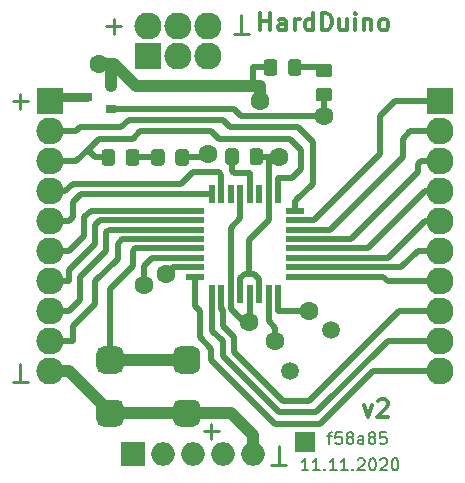
<source format=gbr>
G04 #@! TF.GenerationSoftware,KiCad,Pcbnew,(5.1.8)-1*
G04 #@! TF.CreationDate,2020-11-11T23:44:18+03:00*
G04 #@! TF.ProjectId,HardDuinoTQFP,48617264-4475-4696-9e6f-545146502e6b,rev?*
G04 #@! TF.SameCoordinates,Original*
G04 #@! TF.FileFunction,Copper,L1,Top*
G04 #@! TF.FilePolarity,Positive*
%FSLAX46Y46*%
G04 Gerber Fmt 4.6, Leading zero omitted, Abs format (unit mm)*
G04 Created by KiCad (PCBNEW (5.1.8)-1) date 2020-11-11 23:44:18*
%MOMM*%
%LPD*%
G01*
G04 APERTURE LIST*
G04 #@! TA.AperFunction,NonConductor*
%ADD10C,0.300000*%
G04 #@! TD*
G04 #@! TA.AperFunction,NonConductor*
%ADD11C,0.200000*%
G04 #@! TD*
G04 #@! TA.AperFunction,ComponentPad*
%ADD12R,2.300000X2.300000*%
G04 #@! TD*
G04 #@! TA.AperFunction,ComponentPad*
%ADD13O,2.300000X2.300000*%
G04 #@! TD*
G04 #@! TA.AperFunction,ComponentPad*
%ADD14R,2.000000X2.000000*%
G04 #@! TD*
G04 #@! TA.AperFunction,ComponentPad*
%ADD15O,2.000000X2.000000*%
G04 #@! TD*
G04 #@! TA.AperFunction,SMDPad,CuDef*
%ADD16R,0.550000X1.600000*%
G04 #@! TD*
G04 #@! TA.AperFunction,SMDPad,CuDef*
%ADD17R,1.600000X0.550000*%
G04 #@! TD*
G04 #@! TA.AperFunction,ComponentPad*
%ADD18C,1.500000*%
G04 #@! TD*
G04 #@! TA.AperFunction,ComponentPad*
%ADD19R,1.700000X1.700000*%
G04 #@! TD*
G04 #@! TA.AperFunction,SMDPad,CuDef*
%ADD20R,0.900000X0.800000*%
G04 #@! TD*
G04 #@! TA.AperFunction,ViaPad*
%ADD21C,1.600000*%
G04 #@! TD*
G04 #@! TA.AperFunction,Conductor*
%ADD22C,0.250000*%
G04 #@! TD*
G04 #@! TA.AperFunction,Conductor*
%ADD23C,0.600000*%
G04 #@! TD*
G04 #@! TA.AperFunction,Conductor*
%ADD24C,0.500000*%
G04 #@! TD*
G04 #@! TA.AperFunction,Conductor*
%ADD25C,1.000000*%
G04 #@! TD*
G04 #@! TA.AperFunction,Conductor*
%ADD26C,0.800000*%
G04 #@! TD*
G04 APERTURE END LIST*
D10*
X110494642Y-41001071D02*
X110494642Y-39501071D01*
X110494642Y-40215357D02*
X111351785Y-40215357D01*
X111351785Y-41001071D02*
X111351785Y-39501071D01*
X112708928Y-41001071D02*
X112708928Y-40215357D01*
X112637500Y-40072500D01*
X112494642Y-40001071D01*
X112208928Y-40001071D01*
X112066071Y-40072500D01*
X112708928Y-40929642D02*
X112566071Y-41001071D01*
X112208928Y-41001071D01*
X112066071Y-40929642D01*
X111994642Y-40786785D01*
X111994642Y-40643928D01*
X112066071Y-40501071D01*
X112208928Y-40429642D01*
X112566071Y-40429642D01*
X112708928Y-40358214D01*
X113423214Y-41001071D02*
X113423214Y-40001071D01*
X113423214Y-40286785D02*
X113494642Y-40143928D01*
X113566071Y-40072500D01*
X113708928Y-40001071D01*
X113851785Y-40001071D01*
X114994642Y-41001071D02*
X114994642Y-39501071D01*
X114994642Y-40929642D02*
X114851785Y-41001071D01*
X114566071Y-41001071D01*
X114423214Y-40929642D01*
X114351785Y-40858214D01*
X114280357Y-40715357D01*
X114280357Y-40286785D01*
X114351785Y-40143928D01*
X114423214Y-40072500D01*
X114566071Y-40001071D01*
X114851785Y-40001071D01*
X114994642Y-40072500D01*
X115708928Y-41001071D02*
X115708928Y-39501071D01*
X116066071Y-39501071D01*
X116280357Y-39572500D01*
X116423214Y-39715357D01*
X116494642Y-39858214D01*
X116566071Y-40143928D01*
X116566071Y-40358214D01*
X116494642Y-40643928D01*
X116423214Y-40786785D01*
X116280357Y-40929642D01*
X116066071Y-41001071D01*
X115708928Y-41001071D01*
X117851785Y-40001071D02*
X117851785Y-41001071D01*
X117208928Y-40001071D02*
X117208928Y-40786785D01*
X117280357Y-40929642D01*
X117423214Y-41001071D01*
X117637500Y-41001071D01*
X117780357Y-40929642D01*
X117851785Y-40858214D01*
X118566071Y-41001071D02*
X118566071Y-40001071D01*
X118566071Y-39501071D02*
X118494642Y-39572500D01*
X118566071Y-39643928D01*
X118637500Y-39572500D01*
X118566071Y-39501071D01*
X118566071Y-39643928D01*
X119280357Y-40001071D02*
X119280357Y-41001071D01*
X119280357Y-40143928D02*
X119351785Y-40072500D01*
X119494642Y-40001071D01*
X119708928Y-40001071D01*
X119851785Y-40072500D01*
X119923214Y-40215357D01*
X119923214Y-41001071D01*
X120851785Y-41001071D02*
X120708928Y-40929642D01*
X120637500Y-40858214D01*
X120566071Y-40715357D01*
X120566071Y-40286785D01*
X120637500Y-40143928D01*
X120708928Y-40072500D01*
X120851785Y-40001071D01*
X121066071Y-40001071D01*
X121208928Y-40072500D01*
X121280357Y-40143928D01*
X121351785Y-40286785D01*
X121351785Y-40715357D01*
X121280357Y-40858214D01*
X121208928Y-40929642D01*
X121066071Y-41001071D01*
X120851785Y-41001071D01*
D11*
X116197380Y-75350714D02*
X116578333Y-75350714D01*
X116340238Y-76017380D02*
X116340238Y-75160238D01*
X116387857Y-75065000D01*
X116483095Y-75017380D01*
X116578333Y-75017380D01*
X117387857Y-75017380D02*
X116911666Y-75017380D01*
X116864047Y-75493571D01*
X116911666Y-75445952D01*
X117006904Y-75398333D01*
X117245000Y-75398333D01*
X117340238Y-75445952D01*
X117387857Y-75493571D01*
X117435476Y-75588809D01*
X117435476Y-75826904D01*
X117387857Y-75922142D01*
X117340238Y-75969761D01*
X117245000Y-76017380D01*
X117006904Y-76017380D01*
X116911666Y-75969761D01*
X116864047Y-75922142D01*
X118006904Y-75445952D02*
X117911666Y-75398333D01*
X117864047Y-75350714D01*
X117816428Y-75255476D01*
X117816428Y-75207857D01*
X117864047Y-75112619D01*
X117911666Y-75065000D01*
X118006904Y-75017380D01*
X118197380Y-75017380D01*
X118292619Y-75065000D01*
X118340238Y-75112619D01*
X118387857Y-75207857D01*
X118387857Y-75255476D01*
X118340238Y-75350714D01*
X118292619Y-75398333D01*
X118197380Y-75445952D01*
X118006904Y-75445952D01*
X117911666Y-75493571D01*
X117864047Y-75541190D01*
X117816428Y-75636428D01*
X117816428Y-75826904D01*
X117864047Y-75922142D01*
X117911666Y-75969761D01*
X118006904Y-76017380D01*
X118197380Y-76017380D01*
X118292619Y-75969761D01*
X118340238Y-75922142D01*
X118387857Y-75826904D01*
X118387857Y-75636428D01*
X118340238Y-75541190D01*
X118292619Y-75493571D01*
X118197380Y-75445952D01*
X119245000Y-76017380D02*
X119245000Y-75493571D01*
X119197380Y-75398333D01*
X119102142Y-75350714D01*
X118911666Y-75350714D01*
X118816428Y-75398333D01*
X119245000Y-75969761D02*
X119149761Y-76017380D01*
X118911666Y-76017380D01*
X118816428Y-75969761D01*
X118768809Y-75874523D01*
X118768809Y-75779285D01*
X118816428Y-75684047D01*
X118911666Y-75636428D01*
X119149761Y-75636428D01*
X119245000Y-75588809D01*
X119864047Y-75445952D02*
X119768809Y-75398333D01*
X119721190Y-75350714D01*
X119673571Y-75255476D01*
X119673571Y-75207857D01*
X119721190Y-75112619D01*
X119768809Y-75065000D01*
X119864047Y-75017380D01*
X120054523Y-75017380D01*
X120149761Y-75065000D01*
X120197380Y-75112619D01*
X120245000Y-75207857D01*
X120245000Y-75255476D01*
X120197380Y-75350714D01*
X120149761Y-75398333D01*
X120054523Y-75445952D01*
X119864047Y-75445952D01*
X119768809Y-75493571D01*
X119721190Y-75541190D01*
X119673571Y-75636428D01*
X119673571Y-75826904D01*
X119721190Y-75922142D01*
X119768809Y-75969761D01*
X119864047Y-76017380D01*
X120054523Y-76017380D01*
X120149761Y-75969761D01*
X120197380Y-75922142D01*
X120245000Y-75826904D01*
X120245000Y-75636428D01*
X120197380Y-75541190D01*
X120149761Y-75493571D01*
X120054523Y-75445952D01*
X121149761Y-75017380D02*
X120673571Y-75017380D01*
X120625952Y-75493571D01*
X120673571Y-75445952D01*
X120768809Y-75398333D01*
X121006904Y-75398333D01*
X121102142Y-75445952D01*
X121149761Y-75493571D01*
X121197380Y-75588809D01*
X121197380Y-75826904D01*
X121149761Y-75922142D01*
X121102142Y-75969761D01*
X121006904Y-76017380D01*
X120768809Y-76017380D01*
X120673571Y-75969761D01*
X120625952Y-75922142D01*
D10*
X119261071Y-72703571D02*
X119618214Y-73703571D01*
X119975357Y-72703571D01*
X120475357Y-72346428D02*
X120546785Y-72275000D01*
X120689642Y-72203571D01*
X121046785Y-72203571D01*
X121189642Y-72275000D01*
X121261071Y-72346428D01*
X121332500Y-72489285D01*
X121332500Y-72632142D01*
X121261071Y-72846428D01*
X120403928Y-73703571D01*
X121332500Y-73703571D01*
D11*
X114586190Y-78239880D02*
X114014761Y-78239880D01*
X114300476Y-78239880D02*
X114300476Y-77239880D01*
X114205238Y-77382738D01*
X114110000Y-77477976D01*
X114014761Y-77525595D01*
X115538571Y-78239880D02*
X114967142Y-78239880D01*
X115252857Y-78239880D02*
X115252857Y-77239880D01*
X115157619Y-77382738D01*
X115062380Y-77477976D01*
X114967142Y-77525595D01*
X115967142Y-78144642D02*
X116014761Y-78192261D01*
X115967142Y-78239880D01*
X115919523Y-78192261D01*
X115967142Y-78144642D01*
X115967142Y-78239880D01*
X116967142Y-78239880D02*
X116395714Y-78239880D01*
X116681428Y-78239880D02*
X116681428Y-77239880D01*
X116586190Y-77382738D01*
X116490952Y-77477976D01*
X116395714Y-77525595D01*
X117919523Y-78239880D02*
X117348095Y-78239880D01*
X117633809Y-78239880D02*
X117633809Y-77239880D01*
X117538571Y-77382738D01*
X117443333Y-77477976D01*
X117348095Y-77525595D01*
X118348095Y-78144642D02*
X118395714Y-78192261D01*
X118348095Y-78239880D01*
X118300476Y-78192261D01*
X118348095Y-78144642D01*
X118348095Y-78239880D01*
X118776666Y-77335119D02*
X118824285Y-77287500D01*
X118919523Y-77239880D01*
X119157619Y-77239880D01*
X119252857Y-77287500D01*
X119300476Y-77335119D01*
X119348095Y-77430357D01*
X119348095Y-77525595D01*
X119300476Y-77668452D01*
X118729047Y-78239880D01*
X119348095Y-78239880D01*
X119967142Y-77239880D02*
X120062380Y-77239880D01*
X120157619Y-77287500D01*
X120205238Y-77335119D01*
X120252857Y-77430357D01*
X120300476Y-77620833D01*
X120300476Y-77858928D01*
X120252857Y-78049404D01*
X120205238Y-78144642D01*
X120157619Y-78192261D01*
X120062380Y-78239880D01*
X119967142Y-78239880D01*
X119871904Y-78192261D01*
X119824285Y-78144642D01*
X119776666Y-78049404D01*
X119729047Y-77858928D01*
X119729047Y-77620833D01*
X119776666Y-77430357D01*
X119824285Y-77335119D01*
X119871904Y-77287500D01*
X119967142Y-77239880D01*
X120681428Y-77335119D02*
X120729047Y-77287500D01*
X120824285Y-77239880D01*
X121062380Y-77239880D01*
X121157619Y-77287500D01*
X121205238Y-77335119D01*
X121252857Y-77430357D01*
X121252857Y-77525595D01*
X121205238Y-77668452D01*
X120633809Y-78239880D01*
X121252857Y-78239880D01*
X121871904Y-77239880D02*
X121967142Y-77239880D01*
X122062380Y-77287500D01*
X122110000Y-77335119D01*
X122157619Y-77430357D01*
X122205238Y-77620833D01*
X122205238Y-77858928D01*
X122157619Y-78049404D01*
X122110000Y-78144642D01*
X122062380Y-78192261D01*
X121967142Y-78239880D01*
X121871904Y-78239880D01*
X121776666Y-78192261D01*
X121729047Y-78144642D01*
X121681428Y-78049404D01*
X121633809Y-77858928D01*
X121633809Y-77620833D01*
X121681428Y-77430357D01*
X121729047Y-77335119D01*
X121776666Y-77287500D01*
X121871904Y-77239880D01*
D12*
X92710000Y-46990000D03*
D13*
X92710000Y-49530000D03*
X92710000Y-52070000D03*
X92710000Y-54610000D03*
X92710000Y-57150000D03*
X92710000Y-59690000D03*
X92710000Y-62230000D03*
X92710000Y-64770000D03*
X92710000Y-67310000D03*
X92710000Y-69850000D03*
X125730000Y-69850000D03*
X125730000Y-67310000D03*
X125730000Y-64770000D03*
X125730000Y-62230000D03*
X125730000Y-59690000D03*
X125730000Y-57150000D03*
X125730000Y-54610000D03*
X125730000Y-52070000D03*
X125730000Y-49530000D03*
D12*
X125730000Y-46990000D03*
G04 #@! TA.AperFunction,ComponentPad*
G36*
G01*
X98365000Y-74547500D02*
X97215000Y-74547500D01*
G75*
G02*
X96640000Y-73972500I0J575000D01*
G01*
X96640000Y-72822500D01*
G75*
G02*
X97215000Y-72247500I575000J0D01*
G01*
X98365000Y-72247500D01*
G75*
G02*
X98940000Y-72822500I0J-575000D01*
G01*
X98940000Y-73972500D01*
G75*
G02*
X98365000Y-74547500I-575000J0D01*
G01*
G37*
G04 #@! TD.AperFunction*
G04 #@! TA.AperFunction,ComponentPad*
G36*
G01*
X98365000Y-70047500D02*
X97215000Y-70047500D01*
G75*
G02*
X96640000Y-69472500I0J575000D01*
G01*
X96640000Y-68322500D01*
G75*
G02*
X97215000Y-67747500I575000J0D01*
G01*
X98365000Y-67747500D01*
G75*
G02*
X98940000Y-68322500I0J-575000D01*
G01*
X98940000Y-69472500D01*
G75*
G02*
X98365000Y-70047500I-575000J0D01*
G01*
G37*
G04 #@! TD.AperFunction*
G04 #@! TA.AperFunction,ComponentPad*
G36*
G01*
X104865000Y-74547500D02*
X103715000Y-74547500D01*
G75*
G02*
X103140000Y-73972500I0J575000D01*
G01*
X103140000Y-72822500D01*
G75*
G02*
X103715000Y-72247500I575000J0D01*
G01*
X104865000Y-72247500D01*
G75*
G02*
X105440000Y-72822500I0J-575000D01*
G01*
X105440000Y-73972500D01*
G75*
G02*
X104865000Y-74547500I-575000J0D01*
G01*
G37*
G04 #@! TD.AperFunction*
G04 #@! TA.AperFunction,ComponentPad*
G36*
G01*
X104865000Y-70047500D02*
X103715000Y-70047500D01*
G75*
G02*
X103140000Y-69472500I0J575000D01*
G01*
X103140000Y-68322500D01*
G75*
G02*
X103715000Y-67747500I575000J0D01*
G01*
X104865000Y-67747500D01*
G75*
G02*
X105440000Y-68322500I0J-575000D01*
G01*
X105440000Y-69472500D01*
G75*
G02*
X104865000Y-70047500I-575000J0D01*
G01*
G37*
G04 #@! TD.AperFunction*
G04 #@! TA.AperFunction,SMDPad,CuDef*
G36*
G01*
X100270000Y-51302499D02*
X100270000Y-52202501D01*
G75*
G02*
X100020001Y-52452500I-249999J0D01*
G01*
X99369999Y-52452500D01*
G75*
G02*
X99120000Y-52202501I0J249999D01*
G01*
X99120000Y-51302499D01*
G75*
G02*
X99369999Y-51052500I249999J0D01*
G01*
X100020001Y-51052500D01*
G75*
G02*
X100270000Y-51302499I0J-249999D01*
G01*
G37*
G04 #@! TD.AperFunction*
G04 #@! TA.AperFunction,SMDPad,CuDef*
G36*
G01*
X98220000Y-51302499D02*
X98220000Y-52202501D01*
G75*
G02*
X97970001Y-52452500I-249999J0D01*
G01*
X97319999Y-52452500D01*
G75*
G02*
X97070000Y-52202501I0J249999D01*
G01*
X97070000Y-51302499D01*
G75*
G02*
X97319999Y-51052500I249999J0D01*
G01*
X97970001Y-51052500D01*
G75*
G02*
X98220000Y-51302499I0J-249999D01*
G01*
G37*
G04 #@! TD.AperFunction*
D14*
X99695000Y-76835000D03*
D15*
X102235000Y-76835000D03*
X104775000Y-76835000D03*
X107315000Y-76835000D03*
X109855000Y-76835000D03*
G04 #@! TA.AperFunction,SMDPad,CuDef*
G36*
G01*
X101270000Y-52202501D02*
X101270000Y-51302499D01*
G75*
G02*
X101519999Y-51052500I249999J0D01*
G01*
X102170001Y-51052500D01*
G75*
G02*
X102420000Y-51302499I0J-249999D01*
G01*
X102420000Y-52202501D01*
G75*
G02*
X102170001Y-52452500I-249999J0D01*
G01*
X101519999Y-52452500D01*
G75*
G02*
X101270000Y-52202501I0J249999D01*
G01*
G37*
G04 #@! TD.AperFunction*
G04 #@! TA.AperFunction,SMDPad,CuDef*
G36*
G01*
X103320000Y-52202501D02*
X103320000Y-51302499D01*
G75*
G02*
X103569999Y-51052500I249999J0D01*
G01*
X104220001Y-51052500D01*
G75*
G02*
X104470000Y-51302499I0J-249999D01*
G01*
X104470000Y-52202501D01*
G75*
G02*
X104220001Y-52452500I-249999J0D01*
G01*
X103569999Y-52452500D01*
G75*
G02*
X103320000Y-52202501I0J249999D01*
G01*
G37*
G04 #@! TD.AperFunction*
D16*
X106420000Y-63305000D03*
X107220000Y-63305000D03*
X108020000Y-63305000D03*
X108820000Y-63305000D03*
X109620000Y-63305000D03*
X110420000Y-63305000D03*
X111220000Y-63305000D03*
X112020000Y-63305000D03*
D17*
X113470000Y-61855000D03*
X113470000Y-61055000D03*
X113470000Y-60255000D03*
X113470000Y-59455000D03*
X113470000Y-58655000D03*
X113470000Y-57855000D03*
X113470000Y-57055000D03*
X113470000Y-56255000D03*
D16*
X112020000Y-54805000D03*
X111220000Y-54805000D03*
X110420000Y-54805000D03*
X109620000Y-54805000D03*
X108820000Y-54805000D03*
X108020000Y-54805000D03*
X107220000Y-54805000D03*
X106420000Y-54805000D03*
D17*
X104970000Y-56255000D03*
X104970000Y-57055000D03*
X104970000Y-57855000D03*
X104970000Y-58655000D03*
X104970000Y-59455000D03*
X104970000Y-60255000D03*
X104970000Y-61055000D03*
X104970000Y-61855000D03*
D18*
X113030000Y-69850000D03*
X116480681Y-66399319D03*
D12*
X100965000Y-43180000D03*
D13*
X100965000Y-40640000D03*
X103505000Y-43180000D03*
X103505000Y-40640000D03*
X106045000Y-43180000D03*
X106045000Y-40640000D03*
D19*
X114300000Y-75882500D03*
G04 #@! TA.AperFunction,SMDPad,CuDef*
G36*
G01*
X113995000Y-43682499D02*
X113995000Y-44582501D01*
G75*
G02*
X113745001Y-44832500I-249999J0D01*
G01*
X113094999Y-44832500D01*
G75*
G02*
X112845000Y-44582501I0J249999D01*
G01*
X112845000Y-43682499D01*
G75*
G02*
X113094999Y-43432500I249999J0D01*
G01*
X113745001Y-43432500D01*
G75*
G02*
X113995000Y-43682499I0J-249999D01*
G01*
G37*
G04 #@! TD.AperFunction*
G04 #@! TA.AperFunction,SMDPad,CuDef*
G36*
G01*
X111945000Y-43682499D02*
X111945000Y-44582501D01*
G75*
G02*
X111695001Y-44832500I-249999J0D01*
G01*
X111044999Y-44832500D01*
G75*
G02*
X110795000Y-44582501I0J249999D01*
G01*
X110795000Y-43682499D01*
G75*
G02*
X111044999Y-43432500I249999J0D01*
G01*
X111695001Y-43432500D01*
G75*
G02*
X111945000Y-43682499I0J-249999D01*
G01*
G37*
G04 #@! TD.AperFunction*
D20*
X97837500Y-47622500D03*
X97837500Y-45722500D03*
X95837500Y-46672500D03*
G04 #@! TA.AperFunction,SMDPad,CuDef*
G36*
G01*
X116337501Y-47002500D02*
X115437499Y-47002500D01*
G75*
G02*
X115187500Y-46752501I0J249999D01*
G01*
X115187500Y-46102499D01*
G75*
G02*
X115437499Y-45852500I249999J0D01*
G01*
X116337501Y-45852500D01*
G75*
G02*
X116587500Y-46102499I0J-249999D01*
G01*
X116587500Y-46752501D01*
G75*
G02*
X116337501Y-47002500I-249999J0D01*
G01*
G37*
G04 #@! TD.AperFunction*
G04 #@! TA.AperFunction,SMDPad,CuDef*
G36*
G01*
X116337501Y-44952500D02*
X115437499Y-44952500D01*
G75*
G02*
X115187500Y-44702501I0J249999D01*
G01*
X115187500Y-44052499D01*
G75*
G02*
X115437499Y-43802500I249999J0D01*
G01*
X116337501Y-43802500D01*
G75*
G02*
X116587500Y-44052499I0J-249999D01*
G01*
X116587500Y-44702501D01*
G75*
G02*
X116337501Y-44952500I-249999J0D01*
G01*
G37*
G04 #@! TD.AperFunction*
G04 #@! TA.AperFunction,SMDPad,CuDef*
G36*
G01*
X108697500Y-51238999D02*
X108697500Y-52139001D01*
G75*
G02*
X108447501Y-52389000I-249999J0D01*
G01*
X107797499Y-52389000D01*
G75*
G02*
X107547500Y-52139001I0J249999D01*
G01*
X107547500Y-51238999D01*
G75*
G02*
X107797499Y-50989000I249999J0D01*
G01*
X108447501Y-50989000D01*
G75*
G02*
X108697500Y-51238999I0J-249999D01*
G01*
G37*
G04 #@! TD.AperFunction*
G04 #@! TA.AperFunction,SMDPad,CuDef*
G36*
G01*
X110747500Y-51238999D02*
X110747500Y-52139001D01*
G75*
G02*
X110497501Y-52389000I-249999J0D01*
G01*
X109847499Y-52389000D01*
G75*
G02*
X109597500Y-52139001I0J249999D01*
G01*
X109597500Y-51238999D01*
G75*
G02*
X109847499Y-50989000I249999J0D01*
G01*
X110497501Y-50989000D01*
G75*
G02*
X110747500Y-51238999I0J-249999D01*
G01*
G37*
G04 #@! TD.AperFunction*
D21*
X112077500Y-51689000D03*
X110490000Y-46990000D03*
X96837500Y-43815000D03*
X106045000Y-51435000D03*
X109537500Y-65722500D03*
X115887500Y-48260000D03*
X111760000Y-67310000D03*
X114617500Y-64770000D03*
X102552500Y-61595000D03*
X100647500Y-62547500D03*
D22*
X90170000Y-69215000D02*
X90170000Y-70802500D01*
X89535000Y-70802500D02*
X90805000Y-70802500D01*
X90170000Y-46355000D02*
X90170000Y-47625000D01*
X90805000Y-46990000D02*
X89535000Y-46990000D01*
X112077500Y-76200000D02*
X112077500Y-77787500D01*
X111442500Y-77787500D02*
X112712500Y-77787500D01*
X106997500Y-74930000D02*
X105727500Y-74930000D01*
X106362500Y-74295000D02*
X106362500Y-75565000D01*
X98742500Y-40640000D02*
X97472500Y-40640000D01*
X98107500Y-40005000D02*
X98107500Y-41275000D01*
X108267500Y-41275000D02*
X109537500Y-41275000D01*
X108902500Y-39687500D02*
X108902500Y-41275000D01*
D23*
X106997500Y-76517500D02*
X106680000Y-76835000D01*
D24*
X110420000Y-62005000D02*
X110420000Y-63305000D01*
X110010000Y-61595000D02*
X110420000Y-62005000D01*
X109220000Y-61595000D02*
X108820000Y-61995000D01*
X108820000Y-63305000D02*
X108820000Y-61995000D01*
X109220000Y-61595000D02*
X109537500Y-61595000D01*
X109537500Y-61595000D02*
X110010000Y-61595000D01*
X111220000Y-54805000D02*
X111220000Y-57055000D01*
D25*
X96837500Y-43815000D02*
X98107500Y-43815000D01*
X97837500Y-44085000D02*
X98107500Y-43815000D01*
X97837500Y-45722500D02*
X97837500Y-44085000D01*
D24*
X111220000Y-54805000D02*
X111220000Y-51721000D01*
X110308500Y-51752500D02*
X112077500Y-51752500D01*
X109537500Y-58737500D02*
X111220000Y-57055000D01*
X109537500Y-61595000D02*
X109537500Y-58737500D01*
D25*
X110490000Y-45720000D02*
X110490000Y-46990000D01*
X98107500Y-43815000D02*
X100012500Y-45720000D01*
D24*
X111370000Y-44132500D02*
X109855000Y-44132500D01*
X109855000Y-44132500D02*
X109855000Y-45720000D01*
D25*
X100012500Y-45720000D02*
X109855000Y-45720000D01*
X109855000Y-45720000D02*
X110490000Y-45720000D01*
D24*
X92710000Y-49530000D02*
X94932500Y-49530000D01*
X94932500Y-49530000D02*
X95250000Y-49212500D01*
X113665000Y-49212500D02*
X114935000Y-50482500D01*
X114935000Y-50482500D02*
X114935000Y-53975000D01*
X113470000Y-56255000D02*
X113470000Y-55480000D01*
X114935000Y-53975000D02*
X113538000Y-55372000D01*
X107950000Y-49212500D02*
X113665000Y-49212500D01*
X107950000Y-49212500D02*
X107315000Y-48577500D01*
X107315000Y-48577500D02*
X99377500Y-48577500D01*
X99377500Y-48577500D02*
X98742500Y-49212500D01*
X95250000Y-49212500D02*
X98742500Y-49212500D01*
X94932500Y-52070000D02*
X94336345Y-52070000D01*
X94336345Y-52070000D02*
X92710000Y-52070000D01*
X112020000Y-53461000D02*
X113226500Y-53461000D01*
X112020000Y-54805000D02*
X112020000Y-53461000D01*
X113226500Y-53461000D02*
X113982500Y-52705000D01*
X113982500Y-52705000D02*
X113982500Y-51117500D01*
X113982500Y-51117500D02*
X113030000Y-50165000D01*
X96520000Y-51752500D02*
X95885000Y-51117500D01*
X97645000Y-51752500D02*
X96520000Y-51752500D01*
X96837500Y-50165000D02*
X95885000Y-51117500D01*
X95885000Y-51117500D02*
X94932500Y-52070000D01*
X106997500Y-50165000D02*
X106362500Y-49530000D01*
X113030000Y-50165000D02*
X106997500Y-50165000D01*
X106362500Y-49530000D02*
X100330000Y-49530000D01*
X100330000Y-49530000D02*
X99695000Y-50165000D01*
X99695000Y-50165000D02*
X96837500Y-50165000D01*
X93980000Y-54610000D02*
X92710000Y-54610000D01*
X94615000Y-53975000D02*
X93980000Y-54610000D01*
X107220000Y-54805000D02*
X107220000Y-53245000D01*
X107220000Y-53245000D02*
X106997500Y-53022500D01*
X104775000Y-53022500D02*
X103822500Y-53975000D01*
X103822500Y-53975000D02*
X94615000Y-53975000D01*
X106997500Y-53022500D02*
X104775000Y-53022500D01*
X94615000Y-55562500D02*
X94615000Y-56832500D01*
X95372500Y-54805000D02*
X94615000Y-55562500D01*
X94297500Y-57150000D02*
X92710000Y-57150000D01*
X94615000Y-56832500D02*
X94297500Y-57150000D01*
X106420000Y-54805000D02*
X95372500Y-54805000D01*
X94297500Y-59690000D02*
X92710000Y-59690000D01*
X95567500Y-58420000D02*
X94297500Y-59690000D01*
X95567500Y-56832500D02*
X95567500Y-58420000D01*
X96145000Y-56255000D02*
X95567500Y-56832500D01*
X104970000Y-56255000D02*
X96145000Y-56255000D01*
X94297500Y-62230000D02*
X92710000Y-62230000D01*
X104970000Y-57055000D02*
X96932500Y-57055000D01*
X96520000Y-57467500D02*
X96520000Y-59055000D01*
X96932500Y-57055000D02*
X96520000Y-57467500D01*
X94297500Y-61277500D02*
X94297500Y-62230000D01*
X96520000Y-59055000D02*
X94297500Y-61277500D01*
X95250000Y-63817500D02*
X94297500Y-64770000D01*
X104970000Y-57855000D02*
X97720000Y-57855000D01*
X97472500Y-58102500D02*
X97472500Y-59690000D01*
X94297500Y-64770000D02*
X92710000Y-64770000D01*
X97720000Y-57855000D02*
X97472500Y-58102500D01*
X97472500Y-59690000D02*
X95250000Y-61912500D01*
X95250000Y-61912500D02*
X95250000Y-63817500D01*
X94615000Y-67310000D02*
X92710000Y-67310000D01*
X94615000Y-66040000D02*
X94615000Y-67310000D01*
X96520000Y-64135000D02*
X94615000Y-66040000D01*
X104970000Y-58655000D02*
X98825000Y-58655000D01*
X98825000Y-58655000D02*
X98425000Y-59055000D01*
X98425000Y-59055000D02*
X98425000Y-60325000D01*
X96520000Y-62230000D02*
X96520000Y-64135000D01*
X98425000Y-60325000D02*
X96520000Y-62230000D01*
X108020000Y-63305000D02*
X108020000Y-61030000D01*
X108820000Y-54805000D02*
X108820000Y-56915000D01*
X108020000Y-57715000D02*
X108820000Y-56915000D01*
X108020000Y-61030000D02*
X108020000Y-57715000D01*
D25*
X104290000Y-73397500D02*
X108005000Y-73397500D01*
X109855000Y-75247500D02*
X109855000Y-76835000D01*
X108005000Y-73397500D02*
X109855000Y-75247500D01*
X97790000Y-73342500D02*
X94297500Y-69850000D01*
X92710000Y-69850000D02*
X94297500Y-69850000D01*
D24*
X108020000Y-64605000D02*
X109455000Y-66040000D01*
X108020000Y-63305000D02*
X108020000Y-64605000D01*
X109620000Y-63305000D02*
X109620000Y-65805000D01*
D25*
X97790000Y-73397500D02*
X104290000Y-73397500D01*
D24*
X115887500Y-48260000D02*
X115887500Y-48260000D01*
X115887500Y-46672500D02*
X115887500Y-48260000D01*
X108902500Y-48260000D02*
X115887500Y-48240001D01*
X108265000Y-47622500D02*
X108902500Y-48260000D01*
X97837500Y-47622500D02*
X108265000Y-47622500D01*
X105727500Y-51752500D02*
X106045000Y-51435000D01*
X103895000Y-51752500D02*
X105727500Y-51752500D01*
X104970000Y-61855000D02*
X104970000Y-64337510D01*
X104970000Y-64337510D02*
X105410000Y-64777510D01*
X111760000Y-74295000D02*
X115570000Y-74295000D01*
X120015000Y-69850000D02*
X125730000Y-69850000D01*
X115570000Y-74295000D02*
X120015000Y-69850000D01*
X106362500Y-68897500D02*
X106362500Y-67945000D01*
X106362500Y-68897500D02*
X111760000Y-74295000D01*
X106362500Y-67945000D02*
X105410000Y-66992500D01*
X105410000Y-64777510D02*
X105410000Y-66992500D01*
X121285000Y-67310000D02*
X125730000Y-67310000D01*
X115252500Y-73342500D02*
X121285000Y-67310000D01*
X107315000Y-67310000D02*
X107315000Y-68580000D01*
X106420000Y-66415000D02*
X107315000Y-67310000D01*
X106420000Y-63305000D02*
X106420000Y-66415000D01*
X107315000Y-68580000D02*
X112077500Y-73342500D01*
X112077500Y-73342500D02*
X115252500Y-73342500D01*
X122237500Y-64770000D02*
X125730000Y-64770000D01*
X114617500Y-72390000D02*
X122237500Y-64770000D01*
X107220000Y-64605000D02*
X107315000Y-64700000D01*
X107220000Y-63305000D02*
X107220000Y-64605000D01*
X112395000Y-72390000D02*
X114617500Y-72390000D01*
X107315000Y-66040000D02*
X108267500Y-66992500D01*
X107315000Y-64700000D02*
X107315000Y-66040000D01*
X108267500Y-66992500D02*
X108267500Y-68262500D01*
X108267500Y-68262500D02*
X112395000Y-72390000D01*
X113470000Y-61855000D02*
X120910000Y-61855000D01*
X121285000Y-62230000D02*
X125730000Y-62230000D01*
X120910000Y-61855000D02*
X121285000Y-62230000D01*
X123825000Y-59690000D02*
X125730000Y-59690000D01*
X122460000Y-61055000D02*
X123825000Y-59690000D01*
X113470000Y-61055000D02*
X122460000Y-61055000D01*
X124460000Y-57150000D02*
X125730000Y-57150000D01*
X121355000Y-60255000D02*
X124460000Y-57150000D01*
X113470000Y-60255000D02*
X121355000Y-60255000D01*
X124460000Y-54610000D02*
X125730000Y-54610000D01*
X113470000Y-59455000D02*
X119615000Y-59455000D01*
X119615000Y-59455000D02*
X124460000Y-54610000D01*
X124103655Y-52070000D02*
X125730000Y-52070000D01*
X123825000Y-52348655D02*
X124103655Y-52070000D01*
X123825000Y-53022500D02*
X123825000Y-52348655D01*
X118192500Y-58655000D02*
X123825000Y-53022500D01*
X113470000Y-58655000D02*
X118192500Y-58655000D01*
X123190000Y-49530000D02*
X125730000Y-49530000D01*
X122555000Y-50165000D02*
X123190000Y-49530000D01*
X122555000Y-51752500D02*
X122555000Y-50165000D01*
X113470000Y-57855000D02*
X116452500Y-57855000D01*
X116452500Y-57855000D02*
X122555000Y-51752500D01*
X121920000Y-46990000D02*
X125730000Y-46990000D01*
X120650000Y-48260000D02*
X121920000Y-46990000D01*
X120650000Y-51435000D02*
X120650000Y-48260000D01*
X113470000Y-57055000D02*
X115030000Y-57055000D01*
X115030000Y-57055000D02*
X120650000Y-51435000D01*
X111760000Y-66178630D02*
X111214435Y-65633065D01*
X111760000Y-67310000D02*
X111760000Y-66178630D01*
X111226600Y-65633065D02*
X111226600Y-63305000D01*
X112020000Y-63305000D02*
X112020000Y-64770000D01*
X114617500Y-64770000D02*
X113486130Y-64770000D01*
X114617500Y-64770000D02*
X112020000Y-64770000D01*
X99695000Y-51752500D02*
X101845000Y-51752500D01*
X104970000Y-61055000D02*
X103092500Y-61055000D01*
X103092500Y-61055000D02*
X102552500Y-61595000D01*
X100647500Y-60960000D02*
X100647500Y-62547500D01*
X104970000Y-60255000D02*
X101352500Y-60255000D01*
X101352500Y-60255000D02*
X100647500Y-60960000D01*
X104970000Y-59455000D02*
X99930000Y-59455000D01*
X99930000Y-59455000D02*
X99695000Y-59690000D01*
X99695000Y-59690000D02*
X99695000Y-60960000D01*
X99695000Y-60960000D02*
X97790000Y-62865000D01*
X97790000Y-62865000D02*
X97790000Y-64452500D01*
X97790000Y-64452500D02*
X97790000Y-68897500D01*
D25*
X97790000Y-68897500D02*
X104290000Y-68897500D01*
D24*
X115642500Y-44132500D02*
X115887500Y-44377500D01*
X113420000Y-44132500D02*
X115642500Y-44132500D01*
D26*
X93027500Y-46672500D02*
X92710000Y-46990000D01*
X95837500Y-46672500D02*
X93027500Y-46672500D01*
D24*
X108122500Y-51689000D02*
X108122500Y-52913500D01*
X108122500Y-52913500D02*
X108295000Y-53086000D01*
X108295000Y-53086000D02*
X109601000Y-53086000D01*
X109620000Y-53740000D02*
X109620000Y-54805000D01*
X109601000Y-53721000D02*
X109620000Y-53740000D01*
X109601000Y-53086000D02*
X109601000Y-53721000D01*
M02*

</source>
